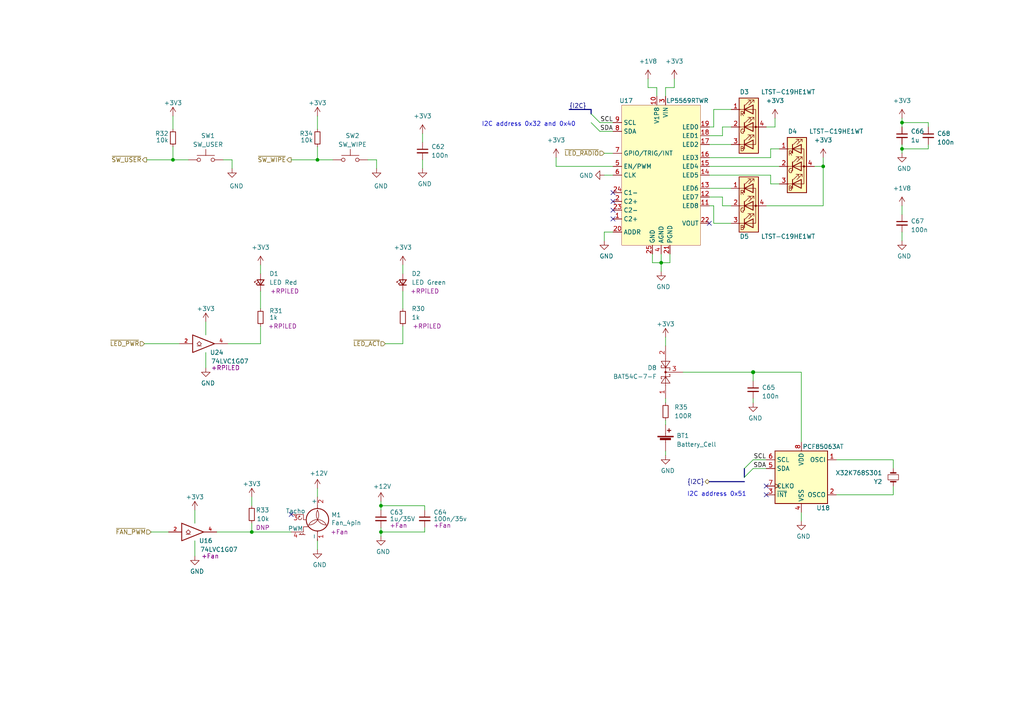
<source format=kicad_sch>
(kicad_sch (version 20210406) (generator eeschema)
  (paper "A4")
  (title_block (title "Control/RTC") (date "2021-01-12") (rev "0.1") (company "Nabu Casa") (comment 1 "www.nabucasa.com") (comment 2 "Light Blue"))
  (lib_symbols
    (symbol "74xGxx:74LVC1G07" (pin_names (offset 1.016))
      (property "Reference" "U" (at -2.54 3.81 0))
      (property "Value" "74LVC1G07" (at 0 -3.81 0))
      (symbol "74LVC1G07_0_1"
        (polyline (pts (xy -2.54 -0.635) (xy -1.27 -0.635)))
        (polyline (pts (xy -3.81 2.54) (xy -3.81 -2.54) (xy 2.54 0) (xy -3.81 2.54)) (stroke (width 0.254)))
        (polyline (pts (xy -1.905 0.635) (xy -2.54 0) (xy -1.905 -0.635) (xy -1.27 0) (xy -1.905 0.635)))
      )
      (symbol "74LVC1G07_1_1"
        (pin input line (at -7.62 0 0) (length 3.81) (name "~") (number "2"))
        (pin power_in line (at 0 -2.54 270) (length 0) hide (name "GND") (number "3"))
        (pin open_collector line (at 6.35 0 180) (length 3.81) (name "~") (number "4"))
        (pin power_in line (at 0 2.54 90) (length 0) hide (name "VCC") (number "5"))
      )
    )
    (symbol "Device:Battery_Cell" (pin_numbers hide) (pin_names (offset 0) hide)
      (property "Reference" "BT" (at 2.54 2.54 0))
      (property "Value" "Battery_Cell" (at 2.54 0 0))
      (symbol "Battery_Cell_0_1"
        (rectangle (start -2.286 1.778) (end 2.286 1.524) (fill (type outline)))
        (rectangle (start -1.5748 1.1938) (end 1.4732 0.6858) (fill (type outline)))
        (polyline (pts (xy 0 0.762) (xy 0 0)))
        (polyline (pts (xy 0 1.778) (xy 0 2.54)))
        (polyline (pts (xy 0.508 3.429) (xy 1.524 3.429)) (stroke (width 0.254)))
        (polyline (pts (xy 1.016 3.937) (xy 1.016 2.921)) (stroke (width 0.254)))
      )
      (symbol "Battery_Cell_1_1"
        (pin passive line (at 0 5.08 270) (length 2.54) (name "+") (number "1"))
        (pin passive line (at 0 -2.54 90) (length 2.54) (name "-") (number "2"))
      )
    )
    (symbol "Device:C_Small" (pin_numbers hide) (pin_names (offset 0.254) hide)
      (property "Reference" "C" (at 0.254 1.778 0))
      (property "Value" "C_Small" (at 0.254 -2.032 0))
      (symbol "C_Small_0_1"
        (polyline (pts (xy -1.524 -0.508) (xy 1.524 -0.508)) (stroke (width 0.3302)))
        (polyline (pts (xy -1.524 0.508) (xy 1.524 0.508)) (stroke (width 0.3048)))
      )
      (symbol "C_Small_1_1"
        (pin passive line (at 0 2.54 270) (length 2.032) (name "~") (number "1"))
        (pin passive line (at 0 -2.54 90) (length 2.032) (name "~") (number "2"))
      )
    )
    (symbol "Device:Crystal_Small" (pin_numbers hide) (pin_names (offset 1.016) hide)
      (property "Reference" "Y" (at 0 2.54 0))
      (property "Value" "Crystal_Small" (at 0 -2.54 0))
      (symbol "Crystal_Small_0_1"
        (rectangle (start -0.762 -1.524) (end 0.762 1.524))
        (polyline (pts (xy -1.27 -0.762) (xy -1.27 0.762)) (stroke (width 0.381)))
        (polyline (pts (xy 1.27 -0.762) (xy 1.27 0.762)) (stroke (width 0.381)))
      )
      (symbol "Crystal_Small_1_1"
        (pin passive line (at -2.54 0 0) (length 1.27) (name "1") (number "1"))
        (pin passive line (at 2.54 0 180) (length 1.27) (name "2") (number "2"))
      )
    )
    (symbol "Device:LED_RGBA" (pin_names (offset 0) hide)
      (property "Reference" "D" (at 0 9.398 0))
      (property "Value" "LED_RGBA" (at 0 -8.89 0))
      (symbol "LED_RGBA_0_0"
        (text "B" (at -1.905 -6.35 0) (effects (font (size 1.27 1.27))))
        (text "G" (at -1.905 -1.27 0) (effects (font (size 1.27 1.27))))
        (text "R" (at -1.905 3.81 0) (effects (font (size 1.27 1.27))))
      )
      (symbol "LED_RGBA_0_1"
        (circle (center 2.032 0) (radius 0.254) (fill (type outline)))
        (rectangle (start 1.27 -1.27) (end 1.27 1.27))
        (rectangle (start 1.27 1.27) (end 1.27 1.27))
        (rectangle (start 1.27 3.81) (end 1.27 6.35))
        (rectangle (start 1.27 6.35) (end 1.27 6.35))
        (rectangle (start 2.794 8.382) (end -2.794 -7.62) (stroke (width 0.254)) (fill (type background)))
        (polyline (pts (xy -1.27 -5.08) (xy -2.54 -5.08)))
        (polyline (pts (xy -1.27 -5.08) (xy 1.27 -5.08)))
        (polyline (pts (xy -1.27 -3.81) (xy -1.27 -6.35)) (stroke (width 0.254)))
        (polyline (pts (xy -1.27 0) (xy -2.54 0)))
        (polyline (pts (xy -1.27 1.27) (xy -1.27 -1.27)) (stroke (width 0.254)))
        (polyline (pts (xy -1.27 5.08) (xy -2.54 5.08)))
        (polyline (pts (xy -1.27 5.08) (xy 1.27 5.08)))
        (polyline (pts (xy -1.27 6.35) (xy -1.27 3.81)) (stroke (width 0.254)))
        (polyline (pts (xy 1.27 0) (xy -1.27 0)))
        (polyline (pts (xy 1.27 0) (xy 2.54 0)))
        (polyline (pts (xy -1.27 1.27) (xy -1.27 -1.27) (xy -1.27 -1.27)))
        (polyline (pts (xy -1.27 6.35) (xy -1.27 3.81) (xy -1.27 3.81)))
        (polyline (pts (xy 1.27 -5.08) (xy 2.032 -5.08) (xy 2.032 5.08) (xy 1.27 5.08)))
        (polyline (pts (xy 1.27 -3.81) (xy 1.27 -6.35) (xy -1.27 -5.08) (xy 1.27 -3.81)) (stroke (width 0.254)))
        (polyline (pts (xy 1.27 1.27) (xy 1.27 -1.27) (xy -1.27 0) (xy 1.27 1.27)) (stroke (width 0.254)))
        (polyline (pts (xy 1.27 6.35) (xy 1.27 3.81) (xy -1.27 5.08) (xy 1.27 6.35)) (stroke (width 0.254)))
        (polyline (pts (xy -1.016 -3.81) (xy 0.508 -2.286) (xy -0.254 -2.286) (xy 0.508 -2.286) (xy 0.508 -3.048)))
        (polyline (pts (xy -1.016 1.27) (xy 0.508 2.794) (xy -0.254 2.794) (xy 0.508 2.794) (xy 0.508 2.032)))
        (polyline (pts (xy -1.016 6.35) (xy 0.508 7.874) (xy -0.254 7.874) (xy 0.508 7.874) (xy 0.508 7.112)))
        (polyline (pts (xy 0 -3.81) (xy 1.524 -2.286) (xy 0.762 -2.286) (xy 1.524 -2.286) (xy 1.524 -3.048)))
        (polyline (pts (xy 0 1.27) (xy 1.524 2.794) (xy 0.762 2.794) (xy 1.524 2.794) (xy 1.524 2.032)))
        (polyline (pts (xy 0 6.35) (xy 1.524 7.874) (xy 0.762 7.874) (xy 1.524 7.874) (xy 1.524 7.112)))
      )
      (symbol "LED_RGBA_1_1"
        (pin passive line (at -5.08 5.08 0) (length 2.54) (name "RK") (number "1"))
        (pin passive line (at -5.08 0 0) (length 2.54) (name "GK") (number "2"))
        (pin passive line (at -5.08 -5.08 0) (length 2.54) (name "BK") (number "3"))
        (pin passive line (at 5.08 0 180) (length 2.54) (name "A") (number "4"))
      )
    )
    (symbol "Device:LED_Small" (pin_numbers hide) (pin_names (offset 0.254) hide)
      (property "Reference" "D" (at -1.27 3.175 0))
      (property "Value" "LED_Small" (at -4.445 -2.54 0))
      (symbol "LED_Small_0_1"
        (polyline (pts (xy -0.762 -1.016) (xy -0.762 1.016)) (stroke (width 0.254)))
        (polyline (pts (xy 1.016 0) (xy -0.762 0)))
        (polyline (pts (xy 0.762 -1.016) (xy -0.762 0) (xy 0.762 1.016) (xy 0.762 -1.016)) (stroke (width 0.254)))
        (polyline (pts (xy 0 0.762) (xy -0.508 1.27) (xy -0.254 1.27) (xy -0.508 1.27) (xy -0.508 1.016)))
        (polyline (pts (xy 0.508 1.27) (xy 0 1.778) (xy 0.254 1.778) (xy 0 1.778) (xy 0 1.524)))
      )
      (symbol "LED_Small_1_1"
        (pin passive line (at -2.54 0 0) (length 1.778) (name "K") (number "1"))
        (pin passive line (at 2.54 0 180) (length 1.778) (name "A") (number "2"))
      )
    )
    (symbol "Device:R_Small" (pin_numbers hide) (pin_names (offset 0.254) hide)
      (property "Reference" "R" (at 0.762 0.508 0))
      (property "Value" "R_Small" (at 0.762 -1.016 0))
      (symbol "R_Small_0_1"
        (rectangle (start -0.762 1.778) (end 0.762 -1.778) (stroke (width 0.2032)))
      )
      (symbol "R_Small_1_1"
        (pin passive line (at 0 2.54 270) (length 0.762) (name "~") (number "1"))
        (pin passive line (at 0 -2.54 90) (length 0.762) (name "~") (number "2"))
      )
    )
    (symbol "Diode:BAT54C" (pin_names (offset 1.016))
      (property "Reference" "D" (at 0.635 -3.81 0))
      (property "Value" "BAT54C" (at -6.35 3.175 0))
      (symbol "BAT54C_0_1"
        (circle (center 0 0) (radius 0.254) (fill (type outline)))
        (polyline (pts (xy -1.905 0) (xy 1.905 0)))
        (polyline (pts (xy -1.905 1.27) (xy -1.905 1.016)))
        (polyline (pts (xy -1.27 -1.27) (xy -0.635 -1.27)))
        (polyline (pts (xy -1.27 0) (xy -3.81 0)))
        (polyline (pts (xy -1.27 1.27) (xy -1.905 1.27)))
        (polyline (pts (xy -1.27 1.27) (xy -1.27 -1.27)))
        (polyline (pts (xy -0.635 -1.27) (xy -0.635 -1.016)))
        (polyline (pts (xy 0.635 -1.27) (xy 0.635 -1.016)))
        (polyline (pts (xy 1.27 -1.27) (xy 0.635 -1.27)))
        (polyline (pts (xy 1.27 1.27) (xy 1.27 -1.27)))
        (polyline (pts (xy 1.27 1.27) (xy 1.905 1.27)))
        (polyline (pts (xy 1.905 1.27) (xy 1.905 1.016)))
        (polyline (pts (xy 3.81 0) (xy 1.27 0)))
        (polyline (pts (xy -3.175 -1.27) (xy -3.175 1.27) (xy -1.27 0) (xy -3.175 -1.27)))
        (polyline (pts (xy 3.175 -1.27) (xy 3.175 1.27) (xy 1.27 0) (xy 3.175 -1.27)))
      )
      (symbol "BAT54C_1_1"
        (pin passive line (at -7.62 0 0) (length 3.81) (name "~") (number "1"))
        (pin passive line (at 7.62 0 180) (length 3.81) (name "~") (number "2"))
        (pin passive line (at 0 -5.08 90) (length 5.08) (name "~") (number "3"))
      )
    )
    (symbol "LightBlue:LP5569"
      (property "Reference" "U" (at -10.16 21.59 0))
      (property "Value" "LP5569" (at 7.62 21.59 0))
      (symbol "LP5569_0_1"
        (rectangle (start -11.43 20.32) (end 11.43 -20.32) (stroke (width 0.0006)) (fill (type background)))
      )
      (symbol "LP5569_1_1"
        (pin input line (at -13.97 -12.7 0) (length 2.54) (name "C2+") (number "1"))
        (pin input line (at -1.27 22.86 270) (length 2.54) (name "V1P8") (number "10"))
        (pin output line (at 13.97 -8.89 180) (length 2.54) (name "LED8") (number "11"))
        (pin output line (at 13.97 -6.35 180) (length 2.54) (name "LED7") (number "12"))
        (pin output line (at 13.97 -3.81 180) (length 2.54) (name "LED6") (number "13"))
        (pin output line (at 13.97 0 180) (length 2.54) (name "LED5") (number "14"))
        (pin output line (at 13.97 2.54 180) (length 2.54) (name "LED4") (number "15"))
        (pin output line (at 13.97 5.08 180) (length 2.54) (name "LED3") (number "16"))
        (pin output line (at 13.97 8.89 180) (length 2.54) (name "LED2") (number "17"))
        (pin output line (at 13.97 11.43 180) (length 2.54) (name "LED1") (number "18"))
        (pin output line (at 13.97 13.97 180) (length 2.54) (name "LED0") (number "19"))
        (pin input line (at -13.97 -7.62 0) (length 2.54) (name "C2+") (number "2"))
        (pin input line (at -13.97 -16.51 0) (length 2.54) (name "ADDR") (number "20"))
        (pin input line (at 2.54 -22.86 90) (length 2.54) (name "PGND") (number "21"))
        (pin output line (at 13.97 -13.97 180) (length 2.54) (name "VOUT") (number "22"))
        (pin input line (at -13.97 -10.16 0) (length 2.54) (name "C2-") (number "23"))
        (pin input line (at -13.97 -5.08 0) (length 2.54) (name "C1-") (number "24"))
        (pin input line (at -2.54 -22.86 90) (length 2.54) (name "GND") (number "25"))
        (pin input line (at 1.27 22.86 270) (length 2.54) (name "VIN") (number "3"))
        (pin input line (at 0 -22.86 90) (length 2.54) (name "AGND") (number "4"))
        (pin input line (at -13.97 2.54 0) (length 2.54) (name "EN/PWM") (number "5"))
        (pin input line (at -13.97 0 0) (length 2.54) (name "CLK") (number "6"))
        (pin input line (at -13.97 6.35 0) (length 2.54) (name "GPIO/TRIG/INT") (number "7"))
        (pin bidirectional line (at -13.97 12.7 0) (length 2.54) (name "SDA") (number "8"))
        (pin input line (at -13.97 15.24 0) (length 2.54) (name "SCL") (number "9"))
      )
    )
    (symbol "Motor:Fan_4pin" (pin_names (offset 0))
      (property "Reference" "M" (at 2.54 5.08 0))
      (property "Value" "Fan_4pin" (at 2.54 -2.54 0))
      (symbol "Fan_4pin_0_0"
        (arc (start -5.588 1.524) (end -5.08 2.032) (radius (at -5.08 1.524) (length 0.508) (angles 180 90)))
        (arc (start -5.588 1.524) (end -4.572 1.524) (radius (at -5.08 1.524) (length 0.508) (angles -179.9 -0.1)))
        (polyline (pts (xy -5.08 2.032) (xy -5.334 2.159)))
        (polyline (pts (xy -5.08 2.032) (xy -5.207 1.778)))
        (polyline (pts (xy -4.064 2.54) (xy -4.064 1.016) (xy -3.302 1.016)))
      )
      (symbol "Fan_4pin_0_1"
        (arc (start 0 3.81) (end -2.54 -0.508) (radius (at -2.4892 2.3876) (length 2.8702) (angles 29.7 -91)))
        (arc (start -2.54 -0.508) (end 2.54 -0.508) (radius (at 0 -1.778) (length 2.8448) (angles 153.4 26.6)))
        (arc (start 2.54 -0.508) (end 0 3.81) (radius (at 2.6162 2.413) (length 2.921) (angles -91.5 151.9)))
        (circle (center 0 1.016) (radius 3.2512) (stroke (width 0.254)))
        (polyline (pts (xy -4.064 2.54) (xy -5.08 2.54)))
        (polyline (pts (xy 0 -5.08) (xy 0 -4.572)))
        (polyline (pts (xy 0 -2.2352) (xy 0 -2.6416)))
        (polyline (pts (xy 0 4.2672) (xy 0 4.6228)))
        (polyline (pts (xy 0 4.572) (xy 0 5.08)))
        (polyline (pts (xy -2.54 -1.016) (xy -4.064 -1.016) (xy -4.064 -2.54) (xy -5.08 -2.54)))
        (polyline (pts (xy -5.334 -3.302) (xy -5.08 -3.302) (xy -5.08 -3.048) (xy -4.826 -3.048) (xy -4.826 -3.302) (xy -4.318 -3.302) (xy -4.318 -3.048) (xy -4.064 -3.048) (xy -4.064 -3.302) (xy -3.556 -3.302)))
      )
      (symbol "Fan_4pin_1_1"
        (pin passive line (at 0 -5.08 90) (length 2.54) (name "-") (number "1"))
        (pin passive line (at 0 7.62 270) (length 2.54) (name "+") (number "2"))
        (pin passive line (at -7.62 2.54 0) (length 2.54) (name "Tacho") (number "3"))
        (pin input line (at -7.62 -2.54 0) (length 2.54) (name "PWM") (number "4"))
      )
    )
    (symbol "Switch:SW_Push" (pin_numbers hide) (pin_names (offset 1.016) hide)
      (property "Reference" "SW" (at 1.27 2.54 0))
      (property "Value" "SW_Push" (at 0 -1.524 0))
      (symbol "SW_Push_0_1"
        (circle (center -2.032 0) (radius 0.508))
        (circle (center 2.032 0) (radius 0.508))
        (polyline (pts (xy 0 1.27) (xy 0 3.048)))
        (polyline (pts (xy 2.54 1.27) (xy -2.54 1.27)))
        (pin passive line (at -5.08 0 0) (length 2.54) (name "1") (number "1"))
        (pin passive line (at 5.08 0 180) (length 2.54) (name "2") (number "2"))
      )
    )
    (symbol "Timer_RTC:PCF8563T"
      (property "Reference" "U" (at -7.62 8.89 0))
      (property "Value" "PCF8563T" (at 2.54 8.89 0))
      (symbol "PCF8563T_0_1"
        (rectangle (start -7.62 7.62) (end 7.62 -7.62) (stroke (width 0.254)) (fill (type background)))
      )
      (symbol "PCF8563T_1_1"
        (pin input line (at -10.16 5.08 0) (length 2.54) (name "OSCI") (number "1"))
        (pin output line (at -10.16 -5.08 0) (length 2.54) (name "OSCO") (number "2"))
        (pin output line (at 10.16 -5.08 180) (length 2.54) (name "~INT~") (number "3"))
        (pin power_in line (at 0 -10.16 90) (length 2.54) (name "VSS") (number "4"))
        (pin bidirectional line (at 10.16 2.54 180) (length 2.54) (name "SDA") (number "5"))
        (pin input line (at 10.16 5.08 180) (length 2.54) (name "SCL") (number "6"))
        (pin output clock (at 10.16 -2.54 180) (length 2.54) (name "CLKO") (number "7"))
        (pin power_in line (at 0 10.16 270) (length 2.54) (name "VDD") (number "8"))
      )
    )
    (symbol "power:+12V" (power) (pin_names (offset 0))
      (property "Value" "+12V" (at 0 3.556 0))
      (symbol "+12V_0_1"
        (polyline (pts (xy -0.762 1.27) (xy 0 2.54)))
        (polyline (pts (xy 0 0) (xy 0 2.54)))
        (polyline (pts (xy 0 2.54) (xy 0.762 1.27)))
      )
      (symbol "+12V_1_1"
        (pin power_in line (at 0 0 90) (length 0) hide (name "+12V") (number "1"))
      )
    )
    (symbol "power:+1V8" (power) (pin_names (offset 0))
      (property "Value" "+1V8" (at 0 3.556 0))
      (symbol "+1V8_0_1"
        (polyline (pts (xy -0.762 1.27) (xy 0 2.54)))
        (polyline (pts (xy 0 0) (xy 0 2.54)))
        (polyline (pts (xy 0 2.54) (xy 0.762 1.27)))
      )
      (symbol "+1V8_1_1"
        (pin power_in line (at 0 0 90) (length 0) hide (name "+1V8") (number "1"))
      )
    )
    (symbol "power:+3V3" (power) (pin_names (offset 0))
      (property "Value" "+3V3" (at 0 3.556 0))
      (symbol "+3V3_0_1"
        (polyline (pts (xy -0.762 1.27) (xy 0 2.54)))
        (polyline (pts (xy 0 0) (xy 0 2.54)))
        (polyline (pts (xy 0 2.54) (xy 0.762 1.27)))
      )
      (symbol "+3V3_1_1"
        (pin power_in line (at 0 0 90) (length 0) hide (name "+3V3") (number "1"))
      )
    )
    (symbol "power:GND" (power) (pin_names (offset 0))
      (property "Value" "GND" (at 0 -3.81 0))
      (symbol "GND_0_1"
        (polyline (pts (xy 0 0) (xy 0 -1.27) (xy 1.27 -1.27) (xy 0 -2.54) (xy -1.27 -1.27) (xy 0 -1.27)))
      )
      (symbol "GND_1_1"
        (pin power_in line (at 0 0 270) (length 0) hide (name "GND") (number "1"))
      )
    )
  )
  (junction (at 50.165 46.355) (diameter 0.9144))
  (junction (at 73.025 154.305) (diameter 0.9144))
  (junction (at 92.075 46.355) (diameter 0.9144))
  (junction (at 110.49 146.685) (diameter 0.9144))
  (junction (at 110.49 154.305) (diameter 0.9144))
  (junction (at 191.77 76.2) (diameter 0.9144))
  (junction (at 218.44 107.95) (diameter 1.016))
  (junction (at 238.76 48.26) (diameter 0.9144))
  (junction (at 261.62 35.56) (diameter 0.9144))
  (junction (at 261.62 43.18) (diameter 0.9144))
  (no_connect (at 84.455 149.225))
  (no_connect (at 177.8 55.88))
  (no_connect (at 177.8 58.42))
  (no_connect (at 177.8 60.96))
  (no_connect (at 177.8 63.5))
  (no_connect (at 205.74 64.77))
  (no_connect (at 222.25 140.97))
  (no_connect (at 222.25 143.51))
  (bus_entry (at 171.45 33.02) (size 2.54 2.54) (stroke (width 0.1524)))
  (bus_entry (at 171.45 35.56) (size 2.54 2.54) (stroke (width 0.1524)))
  (bus_entry (at 215.9 135.89) (size 2.54 -2.54) (stroke (width 0.1524)))
  (bus_entry (at 215.9 138.43) (size 2.54 -2.54) (stroke (width 0.1524)))
  (wire (pts (xy 41.91 99.695) (xy 52.07 99.695)))
  (wire (pts (xy 42.545 46.355) (xy 50.165 46.355)))
  (wire (pts (xy 43.815 154.305) (xy 48.895 154.305)))
  (wire (pts (xy 50.165 37.465) (xy 50.165 33.655)))
  (wire (pts (xy 50.165 42.545) (xy 50.165 46.355)))
  (wire (pts (xy 50.165 46.355) (xy 54.61 46.355)))
  (wire (pts (xy 56.515 147.955) (xy 56.515 151.765)))
  (wire (pts (xy 56.515 156.845) (xy 56.515 161.29)))
  (wire (pts (xy 59.69 93.345) (xy 59.69 97.155)))
  (wire (pts (xy 59.69 102.235) (xy 59.69 106.68)))
  (wire (pts (xy 62.865 154.305) (xy 73.025 154.305)))
  (wire (pts (xy 64.77 46.355) (xy 67.31 46.355)))
  (wire (pts (xy 66.04 99.695) (xy 75.565 99.695)))
  (wire (pts (xy 67.31 46.355) (xy 67.31 48.895)))
  (wire (pts (xy 73.025 146.685) (xy 73.025 144.145)))
  (wire (pts (xy 73.025 151.765) (xy 73.025 154.305)))
  (wire (pts (xy 73.025 154.305) (xy 84.455 154.305)))
  (wire (pts (xy 75.565 76.835) (xy 75.565 79.375)))
  (wire (pts (xy 75.565 84.455) (xy 75.565 89.535)))
  (wire (pts (xy 75.565 99.695) (xy 75.565 94.615)))
  (wire (pts (xy 84.455 46.355) (xy 92.075 46.355)))
  (wire (pts (xy 92.075 37.465) (xy 92.075 33.655)))
  (wire (pts (xy 92.075 42.545) (xy 92.075 46.355)))
  (wire (pts (xy 92.075 46.355) (xy 96.52 46.355)))
  (wire (pts (xy 92.075 141.605) (xy 92.075 144.145)))
  (wire (pts (xy 92.075 156.845) (xy 92.075 159.385)))
  (wire (pts (xy 106.68 46.355) (xy 109.22 46.355)))
  (wire (pts (xy 109.22 46.355) (xy 109.22 48.895)))
  (wire (pts (xy 110.49 145.415) (xy 110.49 146.685)))
  (wire (pts (xy 110.49 146.685) (xy 110.49 147.955)))
  (wire (pts (xy 110.49 146.685) (xy 123.19 146.685)))
  (wire (pts (xy 110.49 153.035) (xy 110.49 154.305)))
  (wire (pts (xy 110.49 154.305) (xy 110.49 155.575)))
  (wire (pts (xy 110.49 154.305) (xy 123.19 154.305)))
  (wire (pts (xy 111.76 99.695) (xy 116.84 99.695)))
  (wire (pts (xy 116.84 76.835) (xy 116.84 79.375)))
  (wire (pts (xy 116.84 84.455) (xy 116.84 89.535)))
  (wire (pts (xy 116.84 94.615) (xy 116.84 99.695)))
  (wire (pts (xy 122.555 38.735) (xy 122.555 41.275)))
  (wire (pts (xy 122.555 46.355) (xy 122.555 48.895)))
  (wire (pts (xy 123.19 147.955) (xy 123.19 146.685)))
  (wire (pts (xy 123.19 153.035) (xy 123.19 154.305)))
  (wire (pts (xy 161.29 45.72) (xy 161.29 48.26)))
  (wire (pts (xy 161.29 48.26) (xy 177.8 48.26)))
  (wire (pts (xy 175.26 44.45) (xy 177.8 44.45)))
  (wire (pts (xy 175.26 50.8) (xy 177.8 50.8)))
  (wire (pts (xy 175.26 67.31) (xy 177.8 67.31)))
  (wire (pts (xy 175.26 69.85) (xy 175.26 67.31)))
  (wire (pts (xy 177.8 35.56) (xy 173.99 35.56)))
  (wire (pts (xy 177.8 38.1) (xy 173.99 38.1)))
  (wire (pts (xy 187.96 22.86) (xy 187.96 25.4)))
  (wire (pts (xy 187.96 25.4) (xy 190.5 25.4)))
  (wire (pts (xy 189.23 73.66) (xy 189.23 76.2)))
  (wire (pts (xy 189.23 76.2) (xy 191.77 76.2)))
  (wire (pts (xy 190.5 25.4) (xy 190.5 27.94)))
  (wire (pts (xy 191.77 73.66) (xy 191.77 76.2)))
  (wire (pts (xy 191.77 76.2) (xy 191.77 78.74)))
  (wire (pts (xy 191.77 76.2) (xy 194.31 76.2)))
  (wire (pts (xy 193.04 25.4) (xy 193.04 27.94)))
  (wire (pts (xy 193.04 97.79) (xy 193.04 100.33)))
  (wire (pts (xy 193.04 115.57) (xy 193.04 116.84)))
  (wire (pts (xy 193.04 121.92) (xy 193.04 123.19)))
  (wire (pts (xy 193.04 130.81) (xy 193.04 132.08)))
  (wire (pts (xy 194.31 76.2) (xy 194.31 73.66)))
  (wire (pts (xy 195.58 22.86) (xy 195.58 25.4)))
  (wire (pts (xy 195.58 25.4) (xy 193.04 25.4)))
  (wire (pts (xy 198.12 107.95) (xy 218.44 107.95)))
  (wire (pts (xy 205.74 36.83) (xy 207.01 36.83)))
  (wire (pts (xy 205.74 39.37) (xy 209.55 39.37)))
  (wire (pts (xy 205.74 41.91) (xy 212.09 41.91)))
  (wire (pts (xy 205.74 45.72) (xy 223.52 45.72)))
  (wire (pts (xy 205.74 48.26) (xy 226.06 48.26)))
  (wire (pts (xy 205.74 50.8) (xy 223.52 50.8)))
  (wire (pts (xy 205.74 54.61) (xy 212.09 54.61)))
  (wire (pts (xy 205.74 57.15) (xy 209.55 57.15)))
  (wire (pts (xy 205.74 59.69) (xy 207.01 59.69)))
  (wire (pts (xy 207.01 31.75) (xy 212.09 31.75)))
  (wire (pts (xy 207.01 36.83) (xy 207.01 31.75)))
  (wire (pts (xy 207.01 59.69) (xy 207.01 64.77)))
  (wire (pts (xy 207.01 64.77) (xy 212.09 64.77)))
  (wire (pts (xy 209.55 36.83) (xy 212.09 36.83)))
  (wire (pts (xy 209.55 39.37) (xy 209.55 36.83)))
  (wire (pts (xy 209.55 57.15) (xy 209.55 59.69)))
  (wire (pts (xy 209.55 59.69) (xy 212.09 59.69)))
  (wire (pts (xy 218.44 107.95) (xy 218.44 110.49)))
  (wire (pts (xy 218.44 107.95) (xy 232.41 107.95)))
  (wire (pts (xy 218.44 115.57) (xy 218.44 116.84)))
  (wire (pts (xy 222.25 36.83) (xy 224.79 36.83)))
  (wire (pts (xy 222.25 59.69) (xy 238.76 59.69)))
  (wire (pts (xy 222.25 133.35) (xy 218.44 133.35)))
  (wire (pts (xy 222.25 135.89) (xy 218.44 135.89)))
  (wire (pts (xy 223.52 43.18) (xy 226.06 43.18)))
  (wire (pts (xy 223.52 45.72) (xy 223.52 43.18)))
  (wire (pts (xy 223.52 50.8) (xy 223.52 53.34)))
  (wire (pts (xy 223.52 53.34) (xy 226.06 53.34)))
  (wire (pts (xy 224.79 34.29) (xy 224.79 36.83)))
  (wire (pts (xy 232.41 107.95) (xy 232.41 128.27)))
  (wire (pts (xy 232.41 148.59) (xy 232.41 151.13)))
  (wire (pts (xy 236.22 48.26) (xy 238.76 48.26)))
  (wire (pts (xy 238.76 48.26) (xy 238.76 45.72)))
  (wire (pts (xy 238.76 59.69) (xy 238.76 48.26)))
  (wire (pts (xy 242.57 133.35) (xy 259.08 133.35)))
  (wire (pts (xy 242.57 143.51) (xy 259.08 143.51)))
  (wire (pts (xy 259.08 135.89) (xy 259.08 133.35)))
  (wire (pts (xy 259.08 140.97) (xy 259.08 143.51)))
  (wire (pts (xy 261.62 34.29) (xy 261.62 35.56)))
  (wire (pts (xy 261.62 35.56) (xy 261.62 36.83)))
  (wire (pts (xy 261.62 41.91) (xy 261.62 43.18)))
  (wire (pts (xy 261.62 43.18) (xy 261.62 44.45)))
  (wire (pts (xy 261.62 43.18) (xy 269.24 43.18)))
  (wire (pts (xy 261.62 59.69) (xy 261.62 62.23)))
  (wire (pts (xy 261.62 67.31) (xy 261.62 69.85)))
  (wire (pts (xy 269.24 35.56) (xy 261.62 35.56)))
  (wire (pts (xy 269.24 36.83) (xy 269.24 35.56)))
  (wire (pts (xy 269.24 41.91) (xy 269.24 43.18)))
  (bus (pts (xy 165.1 31.75) (xy 171.45 31.75)))
  (bus (pts (xy 171.45 31.75) (xy 171.45 35.56)))
  (bus (pts (xy 215.9 135.89) (xy 215.9 139.7)))
  (bus (pts (xy 215.9 139.7) (xy 205.74 139.7)))
  (text "I2C address 0x32 and 0x40" (at 139.7 36.83 0) (effects (font (size 1.27 1.27)) (justify left bottom)))
  (text "I2C address 0x51" (at 216.535 144.145 180) (effects (font (size 1.27 1.27)) (justify right bottom)))
  (label "{I2C}" (at 165.1 31.75 0))
  (label "SCL" (at 177.8 35.56 180))
  (label "SDA" (at 177.8 38.1 180))
  (label "SCL" (at 222.25 133.35 180))
  (label "SDA" (at 222.25 135.89 180))
  (hierarchical_label "~LED_PWR" (shape input) (at 41.91 99.695 180))
  (hierarchical_label "~SW_USER" (shape output) (at 42.545 46.355 180))
  (hierarchical_label "~FAN_PWM" (shape input) (at 43.815 154.305 180))
  (hierarchical_label "~SW_WIPE" (shape output) (at 84.455 46.355 180))
  (hierarchical_label "~LED_ACT" (shape input) (at 111.76 99.695 180))
  (hierarchical_label "~LED_RADIO" (shape input) (at 175.26 44.45 180))
  (hierarchical_label "{I2C}" (shape bidirectional) (at 205.74 139.7 180))
  (symbol (lib_id "power:+3V3") (at 50.165 33.655 0) (unit 1)
    (property "Reference" "#PWR0284" (effects hide))
    (property "Value" "+3V3" (at 50.165 29.845 0))
  )
  (symbol (lib_id "power:+3V3") (at 56.515 147.955 0) (unit 1)
    (property "Reference" "#PWR0217" (effects hide))
    (property "Value" "+3V3" (at 56.515 144.145 0))
  )
  (symbol (lib_id "power:+3V3") (at 59.69 93.345 0) (unit 1)
    (property "Reference" "#PWR0286" (effects hide))
    (property "Value" "+3V3" (at 59.69 89.535 0))
  )
  (symbol (lib_id "power:+3V3") (at 73.025 144.145 0) (unit 1)
    (property "Reference" "#PWR0220" (effects hide))
    (property "Value" "+3V3" (at 73.025 140.335 0))
  )
  (symbol (lib_id "power:+3V3") (at 75.565 76.835 0) (unit 1)
    (property "Reference" "#PWR0219" (effects hide))
    (property "Value" "+3V3" (at 75.565 71.755 0))
  )
  (symbol (lib_id "power:+3V3") (at 92.075 33.655 0) (unit 1)
    (property "Reference" "#PWR0227" (effects hide))
    (property "Value" "+3V3" (at 92.075 29.845 0))
  )
  (symbol (lib_id "power:+12V") (at 92.075 141.605 0) (unit 1)
    (property "Reference" "#PWR0221" (effects hide))
    (property "Value" "+12V" (at 92.4433 137.2806 0))
  )
  (symbol (lib_id "power:+12V") (at 110.49 145.415 0) (unit 1)
    (property "Reference" "#PWR0224" (effects hide))
    (property "Value" "+12V" (at 110.8583 141.0906 0))
  )
  (symbol (lib_id "power:+3V3") (at 116.84 76.835 0) (unit 1)
    (property "Reference" "#PWR0212" (effects hide))
    (property "Value" "+3V3" (at 116.84 71.755 0))
  )
  (symbol (lib_id "power:+3V3") (at 122.555 38.735 0) (unit 1)
    (property "Reference" "#PWR0223" (effects hide))
    (property "Value" "+3V3" (at 122.555 33.655 0))
  )
  (symbol (lib_id "power:+3V3") (at 161.29 45.72 0) (unit 1)
    (property "Reference" "#PWR0226" (effects hide))
    (property "Value" "+3V3" (at 161.29 40.64 0))
  )
  (symbol (lib_id "power:+1V8") (at 187.96 22.86 0) (unit 1)
    (property "Reference" "#PWR0229" (effects hide))
    (property "Value" "+1V8" (at 187.96 17.78 0))
  )
  (symbol (lib_id "power:+3V3") (at 193.04 97.79 0) (unit 1)
    (property "Reference" "#PWR0236" (effects hide))
    (property "Value" "+3V3" (at 193.04 93.98 0))
  )
  (symbol (lib_id "power:+3V3") (at 195.58 22.86 0) (unit 1)
    (property "Reference" "#PWR0230" (effects hide))
    (property "Value" "+3V3" (at 195.58 17.78 0))
  )
  (symbol (lib_id "power:+3V3") (at 224.79 34.29 0) (unit 1)
    (property "Reference" "#PWR0210" (effects hide))
    (property "Value" "+3V3" (at 224.79 29.21 0))
  )
  (symbol (lib_id "power:+3V3") (at 238.76 45.72 0) (unit 1)
    (property "Reference" "#PWR0209" (effects hide))
    (property "Value" "+3V3" (at 238.76 40.64 0))
  )
  (symbol (lib_id "power:+3V3") (at 261.62 34.29 0) (unit 1)
    (property "Reference" "#PWR0211" (effects hide))
    (property "Value" "+3V3" (at 261.62 29.21 0))
  )
  (symbol (lib_id "power:+1V8") (at 261.62 59.69 0) (unit 1)
    (property "Reference" "#PWR0206" (effects hide))
    (property "Value" "+1V8" (at 261.62 54.61 0))
  )
  (symbol (lib_id "power:GND") (at 56.515 161.29 0) (unit 1)
    (property "Reference" "#PWR0213" (effects hide))
    (property "Value" "GND" (at 57.15 165.735 0))
  )
  (symbol (lib_id "power:GND") (at 59.69 106.68 0) (unit 1)
    (property "Reference" "#PWR0287" (effects hide))
    (property "Value" "GND" (at 60.325 111.125 0))
  )
  (symbol (lib_id "power:GND") (at 67.31 48.895 0) (unit 1)
    (property "Reference" "#PWR0285" (effects hide))
    (property "Value" "GND" (at 68.58 53.975 0))
  )
  (symbol (lib_id "power:GND") (at 92.075 159.385 0) (unit 1)
    (property "Reference" "#PWR0214" (effects hide))
    (property "Value" "GND" (at 92.71 163.83 0))
  )
  (symbol (lib_id "power:GND") (at 109.22 48.895 0) (unit 1)
    (property "Reference" "#PWR0228" (effects hide))
    (property "Value" "GND" (at 110.49 53.975 0))
  )
  (symbol (lib_id "power:GND") (at 110.49 155.575 0) (unit 1)
    (property "Reference" "#PWR0225" (effects hide))
    (property "Value" "GND" (at 111.125 160.02 0))
  )
  (symbol (lib_id "power:GND") (at 122.555 48.895 0) (unit 1)
    (property "Reference" "#PWR0222" (effects hide))
    (property "Value" "GND" (at 123.19 53.34 0))
  )
  (symbol (lib_id "power:GND") (at 175.26 50.8 270) (unit 1)
    (property "Reference" "#PWR0231" (effects hide))
    (property "Value" "GND" (at 172.085 50.9143 90) (effects (justify right)))
  )
  (symbol (lib_id "power:GND") (at 175.26 69.85 0) (unit 1)
    (property "Reference" "#PWR0232" (effects hide))
    (property "Value" "GND" (at 175.895 74.295 0))
  )
  (symbol (lib_id "power:GND") (at 191.77 78.74 0) (unit 1)
    (property "Reference" "#PWR0237" (effects hide))
    (property "Value" "GND" (at 192.405 83.185 0))
  )
  (symbol (lib_id "power:GND") (at 193.04 132.08 0) (unit 1)
    (property "Reference" "#PWR0235" (effects hide))
    (property "Value" "GND" (at 193.675 136.525 0))
  )
  (symbol (lib_id "power:GND") (at 218.44 116.84 0) (unit 1)
    (property "Reference" "#PWR0233" (effects hide))
    (property "Value" "GND" (at 219.075 121.285 0))
  )
  (symbol (lib_id "power:GND") (at 232.41 151.13 0) (unit 1)
    (property "Reference" "#PWR0234" (effects hide))
    (property "Value" "GND" (at 233.045 155.575 0))
  )
  (symbol (lib_id "power:GND") (at 261.62 44.45 0) (unit 1)
    (property "Reference" "#PWR0207" (effects hide))
    (property "Value" "GND" (at 262.255 48.895 0))
  )
  (symbol (lib_id "power:GND") (at 261.62 69.85 0) (unit 1)
    (property "Reference" "#PWR0208" (effects hide))
    (property "Value" "GND" (at 262.255 74.295 0))
  )
  (symbol (lib_id "Device:R_Small") (at 50.165 40.005 180) (unit 1)
    (property "Reference" "R32" (at 48.895 38.735 0) (effects (justify left)))
    (property "Value" "10k" (at 48.895 40.64 0) (effects (justify left)))
    (property "Footprint" "Resistor_SMD:R_0402_1005Metric" (effects hide))
  )
  (symbol (lib_id "Device:R_Small") (at 73.025 149.225 180) (unit 1)
    (property "Reference" "R33" (at 78.105 147.955 0) (effects (justify left)))
    (property "Value" "10k" (at 78.105 150.495 0) (effects (justify left)))
    (property "Footprint" "Resistor_SMD:R_0402_1005Metric" (effects hide))
    (property "Config" "DNP" (at 76.2 153.035 0))
  )
  (symbol (lib_id "Device:R_Small") (at 75.565 92.075 0) (unit 1)
    (property "Reference" "R31" (at 78.105 90.17 0) (effects (justify left)))
    (property "Value" "1k" (at 78.105 92.075 0) (effects (justify left)))
    (property "Footprint" "Resistor_SMD:R_0402_1005Metric" (effects hide))
    (property "Config" "+RPiLED" (at 81.915 94.615 0))
  )
  (symbol (lib_id "Device:R_Small") (at 92.075 40.005 180) (unit 1)
    (property "Reference" "R34" (at 90.805 38.735 0) (effects (justify left)))
    (property "Value" "10k" (at 90.805 40.64 0) (effects (justify left)))
    (property "Footprint" "Resistor_SMD:R_0402_1005Metric" (effects hide))
  )
  (symbol (lib_id "Device:R_Small") (at 116.84 92.075 0) (unit 1)
    (property "Reference" "R30" (at 119.38 89.535 0) (effects (justify left)))
    (property "Value" "1k" (at 119.38 92.075 0) (effects (justify left)))
    (property "Footprint" "Resistor_SMD:R_0402_1005Metric" (effects hide))
    (property "Config" "+RPiLED" (at 123.825 94.615 0))
  )
  (symbol (lib_id "Device:R_Small") (at 193.04 119.38 0) (unit 1)
    (property "Reference" "R35" (at 195.58 118.11 0) (effects (justify left)))
    (property "Value" "100R" (at 195.58 120.65 0) (effects (justify left)))
    (property "Footprint" "Resistor_SMD:R_0402_1005Metric" (effects hide))
  )
  (symbol (lib_id "Device:LED_Small") (at 75.565 81.915 90) (unit 1)
    (property "Reference" "D1" (at 78.105 79.375 90) (effects (justify right)))
    (property "Value" "LED Red" (at 78.105 81.915 90) (effects (justify right)))
    (property "Footprint" "LED_SMD:LED_0603_1608Metric" (effects hide))
    (property "Manufacturer" "Lite-On" (effects hide))
    (property "PartNumber" "LTST-C194KRKT" (effects hide))
    (property "Config" "+RPiLED" (at 82.55 84.455 90))
  )
  (symbol (lib_id "Device:LED_Small") (at 116.84 81.915 90) (unit 1)
    (property "Reference" "D2" (at 119.38 79.375 90) (effects (justify right)))
    (property "Value" "LED Green" (at 119.38 81.915 90) (effects (justify right)))
    (property "Footprint" "LED_SMD:LED_0603_1608Metric" (effects hide))
    (property "Manufacturer" "Lite-On" (effects hide))
    (property "PartNumber" "LTST-C194TGKT" (effects hide))
    (property "Config" "+RPiLED" (at 123.19 84.455 90))
  )
  (symbol (lib_id "Device:Crystal_Small") (at 259.08 138.43 270) (unit 1)
    (property "Reference" "Y2" (at 255.905 139.7 90) (effects (justify right)))
    (property "Value" "X32K768S301" (at 255.905 137.16 90) (effects (justify right)))
    (property "Footprint" "Crystal:Crystal_SMD_3215-2Pin_3.2x1.5mm" (effects hide))
    (property "Manufacturer" "Epson" (effects hide))
    (property "PartNumber" "FC-135 32.7680KA-A3" (effects hide))
  )
  (symbol (lib_id "Device:C_Small") (at 110.49 150.495 0) (unit 1)
    (property "Reference" "C63" (at 113.03 148.59 0) (effects (justify left)))
    (property "Value" "1u/35V" (at 113.03 150.495 0) (effects (justify left)))
    (property "Footprint" "Capacitor_SMD:C_0402_1005Metric" (effects hide))
    (property "Config" "+Fan" (at 115.57 152.4 0))
  )
  (symbol (lib_id "Device:C_Small") (at 122.555 43.815 0) (unit 1)
    (property "Reference" "C62" (at 125.095 42.545 0) (effects (justify left)))
    (property "Value" "100n" (at 125.095 45.085 0) (effects (justify left)))
    (property "Footprint" "Capacitor_SMD:C_0402_1005Metric" (effects hide))
  )
  (symbol (lib_id "Device:C_Small") (at 123.19 150.495 0) (unit 1)
    (property "Reference" "C64" (at 125.73 148.59 0) (effects (justify left)))
    (property "Value" "100n/35v" (at 125.73 150.495 0) (effects (justify left)))
    (property "Footprint" "Capacitor_SMD:C_0402_1005Metric" (effects hide))
    (property "Config" "+Fan" (at 128.27 152.4 0))
  )
  (symbol (lib_id "Device:C_Small") (at 218.44 113.03 0) (unit 1)
    (property "Reference" "C65" (at 220.98 112.395 0) (effects (justify left)))
    (property "Value" "100n" (at 220.98 114.935 0) (effects (justify left)))
    (property "Footprint" "Capacitor_SMD:C_0402_1005Metric" (effects hide))
  )
  (symbol (lib_id "Device:C_Small") (at 261.62 39.37 0) (unit 1)
    (property "Reference" "C66" (at 264.16 38.1 0) (effects (justify left)))
    (property "Value" "1u" (at 264.16 40.64 0) (effects (justify left)))
    (property "Footprint" "Capacitor_SMD:C_0402_1005Metric" (effects hide))
  )
  (symbol (lib_id "Device:C_Small") (at 261.62 64.77 0) (unit 1)
    (property "Reference" "C67" (at 264.16 64.135 0) (effects (justify left)))
    (property "Value" "100n" (at 264.16 66.675 0) (effects (justify left)))
    (property "Footprint" "Capacitor_SMD:C_0402_1005Metric" (effects hide))
  )
  (symbol (lib_id "Device:C_Small") (at 269.24 39.37 0) (unit 1)
    (property "Reference" "C68" (at 271.78 38.735 0) (effects (justify left)))
    (property "Value" "100n" (at 271.78 41.275 0) (effects (justify left)))
    (property "Footprint" "Capacitor_SMD:C_0402_1005Metric" (effects hide))
  )
  (symbol (lib_id "Device:Battery_Cell") (at 193.04 128.27 0) (unit 1)
    (property "Reference" "BT1" (at 196.215 126.365 0) (effects (justify left)))
    (property "Value" "Battery_Cell" (at 196.215 128.905 0) (effects (justify left)))
    (property "Footprint" "Battery:BatteryHolder_Keystone_1060_1x2032" (effects hide))
    (property "Manufacturer" "Keystone" (effects hide))
    (property "PartNumber" "1060" (effects hide))
  )
  (symbol (lib_id "Switch:SW_Push") (at 59.69 46.355 0) (unit 1)
    (property "Reference" "SW1" (at 60.325 39.37 0))
    (property "Value" "SW_USER" (at 60.325 41.91 0))
    (property "Footprint" "Button_Switch_THT:SW_Tactile_SPST_Angled_PTS645Vx58-2LFS" (effects hide))
    (property "Manufacturer" "C&K" (effects hide))
    (property "PartNumber" "PTS645VM58-2 LFS" (effects hide))
  )
  (symbol (lib_id "Switch:SW_Push") (at 101.6 46.355 0) (unit 1)
    (property "Reference" "SW2" (at 102.235 39.37 0))
    (property "Value" "SW_WIPE" (at 102.235 41.91 0))
    (property "Footprint" "Button_Switch_THT:SW_Tactile_SPST_Angled_PTS645Vx39-2LFS" (effects hide))
    (property "Manufacturer" "C&K" (effects hide))
    (property "PartNumber" "PTS645VK39-2 LFS" (effects hide))
  )
  (symbol (lib_id "74xGxx:74LVC1G07") (at 56.515 154.305 0) (unit 1)
    (property "Reference" "U16" (at 59.69 156.845 0))
    (property "Value" "74LVC1G07" (at 63.5 159.385 0))
    (property "Footprint" "Package_TO_SOT_SMD:SOT-353_SC-70-5" (effects hide))
    (property "Datasheet" "http://www.ti.com/lit/sg/scyt129e/scyt129e.pdf" (effects hide))
    (property "Manufacturer" "NXP USA" (effects hide))
    (property "PartNumber" "74LVC1G07GW" (effects hide))
    (property "Config" "+Fan" (at 60.96 161.29 0))
  )
  (symbol (lib_id "74xGxx:74LVC1G07") (at 59.69 99.695 0) (unit 1)
    (property "Reference" "U24" (at 62.865 102.235 0))
    (property "Value" "74LVC1G07" (at 66.675 104.775 0))
    (property "Footprint" "Package_TO_SOT_SMD:SOT-353_SC-70-5" (effects hide))
    (property "Datasheet" "http://www.ti.com/lit/sg/scyt129e/scyt129e.pdf" (effects hide))
    (property "Manufacturer" "NXP USA" (effects hide))
    (property "PartNumber" "74LVC1G07GW" (effects hide))
    (property "Config" "+RPiLED" (at 65.405 106.68 0))
  )
  (symbol (lib_id "Diode:BAT54C") (at 193.04 107.95 90) (unit 1)
    (property "Reference" "D8" (at 190.5 106.68 90) (effects (justify left)))
    (property "Value" "BAT54C-7-F" (at 190.5 109.22 90) (effects (justify left)))
    (property "Footprint" "Package_TO_SOT_SMD:SOT-23" (effects hide))
    (property "Datasheet" "http://www.diodes.com/_files/datasheets/ds11005.pdf" (effects hide))
    (property "Manufacturer" "Diodes Incorporated" (effects hide))
    (property "PartNumber" "BAT54C-7-F" (effects hide))
  )
  (symbol (lib_id "Motor:Fan_4pin") (at 92.075 151.765 0) (unit 1)
    (property "Reference" "M1" (at 96.0883 149.3456 0) (effects (justify left)))
    (property "Value" "Fan_4pin" (at 96.0883 151.6443 0) (effects (justify left)))
    (property "Footprint" "Connector:FanPinHeader_1x04_P2.54mm_Vertical" (effects hide))
    (property "Datasheet" "http://www.formfactors.org/developer%5Cspecs%5Crev1_2_public.pdf" (effects hide))
    (property "Manufacturer" "Molex" (effects hide))
    (property "PartNumber" "47053-1000" (effects hide))
    (property "Config" "+Fan" (at 98.425 154.305 0))
  )
  (symbol (lib_id "Device:LED_RGBA") (at 217.17 36.83 0) (unit 1)
    (property "Reference" "D3" (at 215.9 26.67 0))
    (property "Value" "LTST-C19HE1WT" (at 228.6 26.67 0))
    (property "Footprint" "LED_SMD:LED_LiteOn_LTST-C19HE1WT" (effects hide))
    (property "Datasheet" "https://www.mouser.ch/datasheet/2/678/SMB-KTF0-0A306-DS100_2017-09-15-1279410.pdf" (effects hide))
    (property "Manufacturer" "Lite-On" (effects hide))
    (property "PartNumber" "C19HE1WT" (effects hide))
  )
  (symbol (lib_id "Device:LED_RGBA") (at 217.17 59.69 0) (unit 1)
    (property "Reference" "D5" (at 215.9 68.58 0))
    (property "Value" "LTST-C19HE1WT" (at 228.6 68.58 0))
    (property "Footprint" "LED_SMD:LED_LiteOn_LTST-C19HE1WT" (effects hide))
    (property "Datasheet" "https://www.mouser.ch/datasheet/2/678/SMB-KTF0-0A306-DS100_2017-09-15-1279410.pdf" (effects hide))
    (property "Manufacturer" "Lite-On" (effects hide))
    (property "PartNumber" "C19HE1WT" (effects hide))
  )
  (symbol (lib_id "Device:LED_RGBA") (at 231.14 48.26 0) (unit 1)
    (property "Reference" "D4" (at 229.87 38.1 0))
    (property "Value" "LTST-C19HE1WT" (at 242.57 38.1 0))
    (property "Footprint" "LED_SMD:LED_LiteOn_LTST-C19HE1WT" (effects hide))
    (property "Datasheet" "https://www.mouser.ch/datasheet/2/678/SMB-KTF0-0A306-DS100_2017-09-15-1279410.pdf" (effects hide))
    (property "Manufacturer" "Lite-On" (effects hide))
    (property "PartNumber" "C19HE1WT" (effects hide))
  )
  (symbol (lib_id "Timer_RTC:PCF8563T") (at 232.41 138.43 0) (mirror y) (unit 1)
    (property "Reference" "U18" (at 238.76 147.32 0))
    (property "Value" "PCF85063AT" (at 238.76 129.54 0))
    (property "Footprint" "Package_SO:SOIC-8_3.9x4.9mm_P1.27mm" (effects hide))
    (property "Datasheet" "https://assets.nexperia.com/documents/data-sheet/PCF8563.pdf" (effects hide))
    (property "Manufacturer" "NXP USA" (effects hide))
    (property "PartNumber" "PCF85063AT/AY" (effects hide))
  )
  (symbol (lib_id "LightBlue:LP5569") (at 191.77 50.8 0) (unit 1)
    (property "Reference" "U17" (at 181.61 29.21 0))
    (property "Value" "LP5569RTWR" (at 199.39 29.21 0))
    (property "Footprint" "Package_DFN_QFN:WQFN-24-1EP_4x4mm_P0.5mm_EP2.45x2.45mm" (effects hide))
    (property "Datasheet" "https://www.ti.com/lit/ds/symlink/lp5569.pdf" (effects hide))
    (property "Manufacturer" "Texas Instruments" (effects hide))
    (property "PartNumber" "LP5569RTWR" (effects hide))
  )
)
</source>
